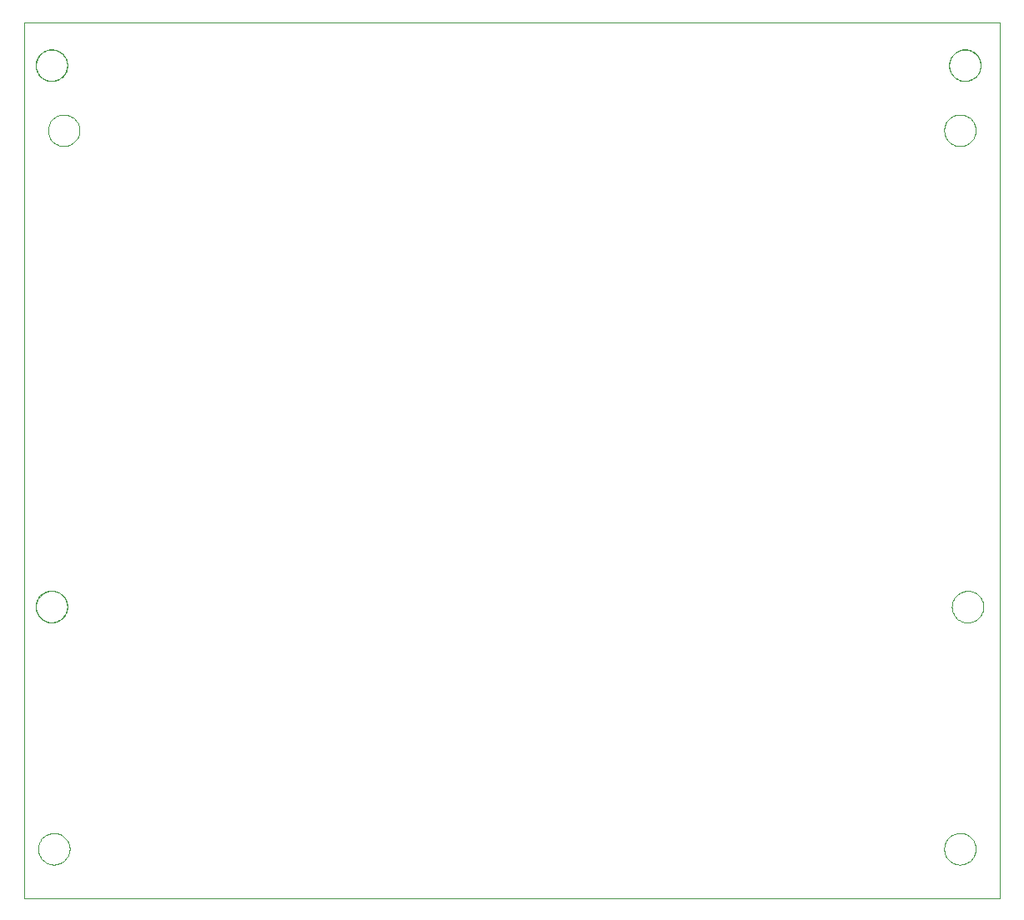
<source format=gtp>
G75*
%MOIN*%
%OFA0B0*%
%FSLAX24Y24*%
%IPPOS*%
%LPD*%
%AMOC8*
5,1,8,0,0,1.08239X$1,22.5*
%
%ADD10C,0.0000*%
D10*
X000394Y000139D02*
X000394Y035179D01*
X039370Y035179D01*
X039370Y000139D01*
X000394Y000139D01*
X000945Y002108D02*
X000947Y002158D01*
X000953Y002208D01*
X000963Y002257D01*
X000977Y002305D01*
X000994Y002352D01*
X001015Y002397D01*
X001040Y002441D01*
X001068Y002482D01*
X001100Y002521D01*
X001134Y002558D01*
X001171Y002592D01*
X001211Y002622D01*
X001253Y002649D01*
X001297Y002673D01*
X001343Y002694D01*
X001390Y002710D01*
X001438Y002723D01*
X001488Y002732D01*
X001537Y002737D01*
X001588Y002738D01*
X001638Y002735D01*
X001687Y002728D01*
X001736Y002717D01*
X001784Y002702D01*
X001830Y002684D01*
X001875Y002662D01*
X001918Y002636D01*
X001959Y002607D01*
X001998Y002575D01*
X002034Y002540D01*
X002066Y002502D01*
X002096Y002462D01*
X002123Y002419D01*
X002146Y002375D01*
X002165Y002329D01*
X002181Y002281D01*
X002193Y002232D01*
X002201Y002183D01*
X002205Y002133D01*
X002205Y002083D01*
X002201Y002033D01*
X002193Y001984D01*
X002181Y001935D01*
X002165Y001887D01*
X002146Y001841D01*
X002123Y001797D01*
X002096Y001754D01*
X002066Y001714D01*
X002034Y001676D01*
X001998Y001641D01*
X001959Y001609D01*
X001918Y001580D01*
X001875Y001554D01*
X001830Y001532D01*
X001784Y001514D01*
X001736Y001499D01*
X001687Y001488D01*
X001638Y001481D01*
X001588Y001478D01*
X001537Y001479D01*
X001488Y001484D01*
X001438Y001493D01*
X001390Y001506D01*
X001343Y001522D01*
X001297Y001543D01*
X001253Y001567D01*
X001211Y001594D01*
X001171Y001624D01*
X001134Y001658D01*
X001100Y001695D01*
X001068Y001734D01*
X001040Y001775D01*
X001015Y001819D01*
X000994Y001864D01*
X000977Y001911D01*
X000963Y001959D01*
X000953Y002008D01*
X000947Y002058D01*
X000945Y002108D01*
X000854Y011793D02*
X000856Y011843D01*
X000862Y011893D01*
X000872Y011942D01*
X000886Y011990D01*
X000903Y012037D01*
X000924Y012082D01*
X000949Y012126D01*
X000977Y012167D01*
X001009Y012206D01*
X001043Y012243D01*
X001080Y012277D01*
X001120Y012307D01*
X001162Y012334D01*
X001206Y012358D01*
X001252Y012379D01*
X001299Y012395D01*
X001347Y012408D01*
X001397Y012417D01*
X001446Y012422D01*
X001497Y012423D01*
X001547Y012420D01*
X001596Y012413D01*
X001645Y012402D01*
X001693Y012387D01*
X001739Y012369D01*
X001784Y012347D01*
X001827Y012321D01*
X001868Y012292D01*
X001907Y012260D01*
X001943Y012225D01*
X001975Y012187D01*
X002005Y012147D01*
X002032Y012104D01*
X002055Y012060D01*
X002074Y012014D01*
X002090Y011966D01*
X002102Y011917D01*
X002110Y011868D01*
X002114Y011818D01*
X002114Y011768D01*
X002110Y011718D01*
X002102Y011669D01*
X002090Y011620D01*
X002074Y011572D01*
X002055Y011526D01*
X002032Y011482D01*
X002005Y011439D01*
X001975Y011399D01*
X001943Y011361D01*
X001907Y011326D01*
X001868Y011294D01*
X001827Y011265D01*
X001784Y011239D01*
X001739Y011217D01*
X001693Y011199D01*
X001645Y011184D01*
X001596Y011173D01*
X001547Y011166D01*
X001497Y011163D01*
X001446Y011164D01*
X001397Y011169D01*
X001347Y011178D01*
X001299Y011191D01*
X001252Y011207D01*
X001206Y011228D01*
X001162Y011252D01*
X001120Y011279D01*
X001080Y011309D01*
X001043Y011343D01*
X001009Y011380D01*
X000977Y011419D01*
X000949Y011460D01*
X000924Y011504D01*
X000903Y011549D01*
X000886Y011596D01*
X000872Y011644D01*
X000862Y011693D01*
X000856Y011743D01*
X000854Y011793D01*
X000846Y011803D02*
X000848Y011853D01*
X000854Y011903D01*
X000864Y011952D01*
X000878Y012000D01*
X000895Y012047D01*
X000916Y012092D01*
X000941Y012136D01*
X000969Y012177D01*
X001001Y012216D01*
X001035Y012253D01*
X001072Y012287D01*
X001112Y012317D01*
X001154Y012344D01*
X001198Y012368D01*
X001244Y012389D01*
X001291Y012405D01*
X001339Y012418D01*
X001389Y012427D01*
X001438Y012432D01*
X001489Y012433D01*
X001539Y012430D01*
X001588Y012423D01*
X001637Y012412D01*
X001685Y012397D01*
X001731Y012379D01*
X001776Y012357D01*
X001819Y012331D01*
X001860Y012302D01*
X001899Y012270D01*
X001935Y012235D01*
X001967Y012197D01*
X001997Y012157D01*
X002024Y012114D01*
X002047Y012070D01*
X002066Y012024D01*
X002082Y011976D01*
X002094Y011927D01*
X002102Y011878D01*
X002106Y011828D01*
X002106Y011778D01*
X002102Y011728D01*
X002094Y011679D01*
X002082Y011630D01*
X002066Y011582D01*
X002047Y011536D01*
X002024Y011492D01*
X001997Y011449D01*
X001967Y011409D01*
X001935Y011371D01*
X001899Y011336D01*
X001860Y011304D01*
X001819Y011275D01*
X001776Y011249D01*
X001731Y011227D01*
X001685Y011209D01*
X001637Y011194D01*
X001588Y011183D01*
X001539Y011176D01*
X001489Y011173D01*
X001438Y011174D01*
X001389Y011179D01*
X001339Y011188D01*
X001291Y011201D01*
X001244Y011217D01*
X001198Y011238D01*
X001154Y011262D01*
X001112Y011289D01*
X001072Y011319D01*
X001035Y011353D01*
X001001Y011390D01*
X000969Y011429D01*
X000941Y011470D01*
X000916Y011514D01*
X000895Y011559D01*
X000878Y011606D01*
X000864Y011654D01*
X000854Y011703D01*
X000848Y011753D01*
X000846Y011803D01*
X001339Y030848D02*
X001341Y030898D01*
X001347Y030948D01*
X001357Y030997D01*
X001371Y031045D01*
X001388Y031092D01*
X001409Y031137D01*
X001434Y031181D01*
X001462Y031222D01*
X001494Y031261D01*
X001528Y031298D01*
X001565Y031332D01*
X001605Y031362D01*
X001647Y031389D01*
X001691Y031413D01*
X001737Y031434D01*
X001784Y031450D01*
X001832Y031463D01*
X001882Y031472D01*
X001931Y031477D01*
X001982Y031478D01*
X002032Y031475D01*
X002081Y031468D01*
X002130Y031457D01*
X002178Y031442D01*
X002224Y031424D01*
X002269Y031402D01*
X002312Y031376D01*
X002353Y031347D01*
X002392Y031315D01*
X002428Y031280D01*
X002460Y031242D01*
X002490Y031202D01*
X002517Y031159D01*
X002540Y031115D01*
X002559Y031069D01*
X002575Y031021D01*
X002587Y030972D01*
X002595Y030923D01*
X002599Y030873D01*
X002599Y030823D01*
X002595Y030773D01*
X002587Y030724D01*
X002575Y030675D01*
X002559Y030627D01*
X002540Y030581D01*
X002517Y030537D01*
X002490Y030494D01*
X002460Y030454D01*
X002428Y030416D01*
X002392Y030381D01*
X002353Y030349D01*
X002312Y030320D01*
X002269Y030294D01*
X002224Y030272D01*
X002178Y030254D01*
X002130Y030239D01*
X002081Y030228D01*
X002032Y030221D01*
X001982Y030218D01*
X001931Y030219D01*
X001882Y030224D01*
X001832Y030233D01*
X001784Y030246D01*
X001737Y030262D01*
X001691Y030283D01*
X001647Y030307D01*
X001605Y030334D01*
X001565Y030364D01*
X001528Y030398D01*
X001494Y030435D01*
X001462Y030474D01*
X001434Y030515D01*
X001409Y030559D01*
X001388Y030604D01*
X001371Y030651D01*
X001357Y030699D01*
X001347Y030748D01*
X001341Y030798D01*
X001339Y030848D01*
X000854Y033446D02*
X000856Y033496D01*
X000862Y033546D01*
X000872Y033595D01*
X000886Y033643D01*
X000903Y033690D01*
X000924Y033735D01*
X000949Y033779D01*
X000977Y033820D01*
X001009Y033859D01*
X001043Y033896D01*
X001080Y033930D01*
X001120Y033960D01*
X001162Y033987D01*
X001206Y034011D01*
X001252Y034032D01*
X001299Y034048D01*
X001347Y034061D01*
X001397Y034070D01*
X001446Y034075D01*
X001497Y034076D01*
X001547Y034073D01*
X001596Y034066D01*
X001645Y034055D01*
X001693Y034040D01*
X001739Y034022D01*
X001784Y034000D01*
X001827Y033974D01*
X001868Y033945D01*
X001907Y033913D01*
X001943Y033878D01*
X001975Y033840D01*
X002005Y033800D01*
X002032Y033757D01*
X002055Y033713D01*
X002074Y033667D01*
X002090Y033619D01*
X002102Y033570D01*
X002110Y033521D01*
X002114Y033471D01*
X002114Y033421D01*
X002110Y033371D01*
X002102Y033322D01*
X002090Y033273D01*
X002074Y033225D01*
X002055Y033179D01*
X002032Y033135D01*
X002005Y033092D01*
X001975Y033052D01*
X001943Y033014D01*
X001907Y032979D01*
X001868Y032947D01*
X001827Y032918D01*
X001784Y032892D01*
X001739Y032870D01*
X001693Y032852D01*
X001645Y032837D01*
X001596Y032826D01*
X001547Y032819D01*
X001497Y032816D01*
X001446Y032817D01*
X001397Y032822D01*
X001347Y032831D01*
X001299Y032844D01*
X001252Y032860D01*
X001206Y032881D01*
X001162Y032905D01*
X001120Y032932D01*
X001080Y032962D01*
X001043Y032996D01*
X001009Y033033D01*
X000977Y033072D01*
X000949Y033113D01*
X000924Y033157D01*
X000903Y033202D01*
X000886Y033249D01*
X000872Y033297D01*
X000862Y033346D01*
X000856Y033396D01*
X000854Y033446D01*
X000846Y033456D02*
X000848Y033506D01*
X000854Y033556D01*
X000864Y033605D01*
X000878Y033653D01*
X000895Y033700D01*
X000916Y033745D01*
X000941Y033789D01*
X000969Y033830D01*
X001001Y033869D01*
X001035Y033906D01*
X001072Y033940D01*
X001112Y033970D01*
X001154Y033997D01*
X001198Y034021D01*
X001244Y034042D01*
X001291Y034058D01*
X001339Y034071D01*
X001389Y034080D01*
X001438Y034085D01*
X001489Y034086D01*
X001539Y034083D01*
X001588Y034076D01*
X001637Y034065D01*
X001685Y034050D01*
X001731Y034032D01*
X001776Y034010D01*
X001819Y033984D01*
X001860Y033955D01*
X001899Y033923D01*
X001935Y033888D01*
X001967Y033850D01*
X001997Y033810D01*
X002024Y033767D01*
X002047Y033723D01*
X002066Y033677D01*
X002082Y033629D01*
X002094Y033580D01*
X002102Y033531D01*
X002106Y033481D01*
X002106Y033431D01*
X002102Y033381D01*
X002094Y033332D01*
X002082Y033283D01*
X002066Y033235D01*
X002047Y033189D01*
X002024Y033145D01*
X001997Y033102D01*
X001967Y033062D01*
X001935Y033024D01*
X001899Y032989D01*
X001860Y032957D01*
X001819Y032928D01*
X001776Y032902D01*
X001731Y032880D01*
X001685Y032862D01*
X001637Y032847D01*
X001588Y032836D01*
X001539Y032829D01*
X001489Y032826D01*
X001438Y032827D01*
X001389Y032832D01*
X001339Y032841D01*
X001291Y032854D01*
X001244Y032870D01*
X001198Y032891D01*
X001154Y032915D01*
X001112Y032942D01*
X001072Y032972D01*
X001035Y033006D01*
X001001Y033043D01*
X000969Y033082D01*
X000941Y033123D01*
X000916Y033167D01*
X000895Y033212D01*
X000878Y033259D01*
X000864Y033307D01*
X000854Y033356D01*
X000848Y033406D01*
X000846Y033456D01*
X037165Y030848D02*
X037167Y030898D01*
X037173Y030948D01*
X037183Y030997D01*
X037197Y031045D01*
X037214Y031092D01*
X037235Y031137D01*
X037260Y031181D01*
X037288Y031222D01*
X037320Y031261D01*
X037354Y031298D01*
X037391Y031332D01*
X037431Y031362D01*
X037473Y031389D01*
X037517Y031413D01*
X037563Y031434D01*
X037610Y031450D01*
X037658Y031463D01*
X037708Y031472D01*
X037757Y031477D01*
X037808Y031478D01*
X037858Y031475D01*
X037907Y031468D01*
X037956Y031457D01*
X038004Y031442D01*
X038050Y031424D01*
X038095Y031402D01*
X038138Y031376D01*
X038179Y031347D01*
X038218Y031315D01*
X038254Y031280D01*
X038286Y031242D01*
X038316Y031202D01*
X038343Y031159D01*
X038366Y031115D01*
X038385Y031069D01*
X038401Y031021D01*
X038413Y030972D01*
X038421Y030923D01*
X038425Y030873D01*
X038425Y030823D01*
X038421Y030773D01*
X038413Y030724D01*
X038401Y030675D01*
X038385Y030627D01*
X038366Y030581D01*
X038343Y030537D01*
X038316Y030494D01*
X038286Y030454D01*
X038254Y030416D01*
X038218Y030381D01*
X038179Y030349D01*
X038138Y030320D01*
X038095Y030294D01*
X038050Y030272D01*
X038004Y030254D01*
X037956Y030239D01*
X037907Y030228D01*
X037858Y030221D01*
X037808Y030218D01*
X037757Y030219D01*
X037708Y030224D01*
X037658Y030233D01*
X037610Y030246D01*
X037563Y030262D01*
X037517Y030283D01*
X037473Y030307D01*
X037431Y030334D01*
X037391Y030364D01*
X037354Y030398D01*
X037320Y030435D01*
X037288Y030474D01*
X037260Y030515D01*
X037235Y030559D01*
X037214Y030604D01*
X037197Y030651D01*
X037183Y030699D01*
X037173Y030748D01*
X037167Y030798D01*
X037165Y030848D01*
X037354Y033446D02*
X037356Y033496D01*
X037362Y033546D01*
X037372Y033595D01*
X037386Y033643D01*
X037403Y033690D01*
X037424Y033735D01*
X037449Y033779D01*
X037477Y033820D01*
X037509Y033859D01*
X037543Y033896D01*
X037580Y033930D01*
X037620Y033960D01*
X037662Y033987D01*
X037706Y034011D01*
X037752Y034032D01*
X037799Y034048D01*
X037847Y034061D01*
X037897Y034070D01*
X037946Y034075D01*
X037997Y034076D01*
X038047Y034073D01*
X038096Y034066D01*
X038145Y034055D01*
X038193Y034040D01*
X038239Y034022D01*
X038284Y034000D01*
X038327Y033974D01*
X038368Y033945D01*
X038407Y033913D01*
X038443Y033878D01*
X038475Y033840D01*
X038505Y033800D01*
X038532Y033757D01*
X038555Y033713D01*
X038574Y033667D01*
X038590Y033619D01*
X038602Y033570D01*
X038610Y033521D01*
X038614Y033471D01*
X038614Y033421D01*
X038610Y033371D01*
X038602Y033322D01*
X038590Y033273D01*
X038574Y033225D01*
X038555Y033179D01*
X038532Y033135D01*
X038505Y033092D01*
X038475Y033052D01*
X038443Y033014D01*
X038407Y032979D01*
X038368Y032947D01*
X038327Y032918D01*
X038284Y032892D01*
X038239Y032870D01*
X038193Y032852D01*
X038145Y032837D01*
X038096Y032826D01*
X038047Y032819D01*
X037997Y032816D01*
X037946Y032817D01*
X037897Y032822D01*
X037847Y032831D01*
X037799Y032844D01*
X037752Y032860D01*
X037706Y032881D01*
X037662Y032905D01*
X037620Y032932D01*
X037580Y032962D01*
X037543Y032996D01*
X037509Y033033D01*
X037477Y033072D01*
X037449Y033113D01*
X037424Y033157D01*
X037403Y033202D01*
X037386Y033249D01*
X037372Y033297D01*
X037362Y033346D01*
X037356Y033396D01*
X037354Y033446D01*
X037362Y033456D02*
X037364Y033506D01*
X037370Y033556D01*
X037380Y033605D01*
X037394Y033653D01*
X037411Y033700D01*
X037432Y033745D01*
X037457Y033789D01*
X037485Y033830D01*
X037517Y033869D01*
X037551Y033906D01*
X037588Y033940D01*
X037628Y033970D01*
X037670Y033997D01*
X037714Y034021D01*
X037760Y034042D01*
X037807Y034058D01*
X037855Y034071D01*
X037905Y034080D01*
X037954Y034085D01*
X038005Y034086D01*
X038055Y034083D01*
X038104Y034076D01*
X038153Y034065D01*
X038201Y034050D01*
X038247Y034032D01*
X038292Y034010D01*
X038335Y033984D01*
X038376Y033955D01*
X038415Y033923D01*
X038451Y033888D01*
X038483Y033850D01*
X038513Y033810D01*
X038540Y033767D01*
X038563Y033723D01*
X038582Y033677D01*
X038598Y033629D01*
X038610Y033580D01*
X038618Y033531D01*
X038622Y033481D01*
X038622Y033431D01*
X038618Y033381D01*
X038610Y033332D01*
X038598Y033283D01*
X038582Y033235D01*
X038563Y033189D01*
X038540Y033145D01*
X038513Y033102D01*
X038483Y033062D01*
X038451Y033024D01*
X038415Y032989D01*
X038376Y032957D01*
X038335Y032928D01*
X038292Y032902D01*
X038247Y032880D01*
X038201Y032862D01*
X038153Y032847D01*
X038104Y032836D01*
X038055Y032829D01*
X038005Y032826D01*
X037954Y032827D01*
X037905Y032832D01*
X037855Y032841D01*
X037807Y032854D01*
X037760Y032870D01*
X037714Y032891D01*
X037670Y032915D01*
X037628Y032942D01*
X037588Y032972D01*
X037551Y033006D01*
X037517Y033043D01*
X037485Y033082D01*
X037457Y033123D01*
X037432Y033167D01*
X037411Y033212D01*
X037394Y033259D01*
X037380Y033307D01*
X037370Y033356D01*
X037364Y033406D01*
X037362Y033456D01*
X037468Y011793D02*
X037470Y011843D01*
X037476Y011893D01*
X037486Y011942D01*
X037500Y011990D01*
X037517Y012037D01*
X037538Y012082D01*
X037563Y012126D01*
X037591Y012167D01*
X037623Y012206D01*
X037657Y012243D01*
X037694Y012277D01*
X037734Y012307D01*
X037776Y012334D01*
X037820Y012358D01*
X037866Y012379D01*
X037913Y012395D01*
X037961Y012408D01*
X038011Y012417D01*
X038060Y012422D01*
X038111Y012423D01*
X038161Y012420D01*
X038210Y012413D01*
X038259Y012402D01*
X038307Y012387D01*
X038353Y012369D01*
X038398Y012347D01*
X038441Y012321D01*
X038482Y012292D01*
X038521Y012260D01*
X038557Y012225D01*
X038589Y012187D01*
X038619Y012147D01*
X038646Y012104D01*
X038669Y012060D01*
X038688Y012014D01*
X038704Y011966D01*
X038716Y011917D01*
X038724Y011868D01*
X038728Y011818D01*
X038728Y011768D01*
X038724Y011718D01*
X038716Y011669D01*
X038704Y011620D01*
X038688Y011572D01*
X038669Y011526D01*
X038646Y011482D01*
X038619Y011439D01*
X038589Y011399D01*
X038557Y011361D01*
X038521Y011326D01*
X038482Y011294D01*
X038441Y011265D01*
X038398Y011239D01*
X038353Y011217D01*
X038307Y011199D01*
X038259Y011184D01*
X038210Y011173D01*
X038161Y011166D01*
X038111Y011163D01*
X038060Y011164D01*
X038011Y011169D01*
X037961Y011178D01*
X037913Y011191D01*
X037866Y011207D01*
X037820Y011228D01*
X037776Y011252D01*
X037734Y011279D01*
X037694Y011309D01*
X037657Y011343D01*
X037623Y011380D01*
X037591Y011419D01*
X037563Y011460D01*
X037538Y011504D01*
X037517Y011549D01*
X037500Y011596D01*
X037486Y011644D01*
X037476Y011693D01*
X037470Y011743D01*
X037468Y011793D01*
X037165Y002108D02*
X037167Y002158D01*
X037173Y002208D01*
X037183Y002257D01*
X037197Y002305D01*
X037214Y002352D01*
X037235Y002397D01*
X037260Y002441D01*
X037288Y002482D01*
X037320Y002521D01*
X037354Y002558D01*
X037391Y002592D01*
X037431Y002622D01*
X037473Y002649D01*
X037517Y002673D01*
X037563Y002694D01*
X037610Y002710D01*
X037658Y002723D01*
X037708Y002732D01*
X037757Y002737D01*
X037808Y002738D01*
X037858Y002735D01*
X037907Y002728D01*
X037956Y002717D01*
X038004Y002702D01*
X038050Y002684D01*
X038095Y002662D01*
X038138Y002636D01*
X038179Y002607D01*
X038218Y002575D01*
X038254Y002540D01*
X038286Y002502D01*
X038316Y002462D01*
X038343Y002419D01*
X038366Y002375D01*
X038385Y002329D01*
X038401Y002281D01*
X038413Y002232D01*
X038421Y002183D01*
X038425Y002133D01*
X038425Y002083D01*
X038421Y002033D01*
X038413Y001984D01*
X038401Y001935D01*
X038385Y001887D01*
X038366Y001841D01*
X038343Y001797D01*
X038316Y001754D01*
X038286Y001714D01*
X038254Y001676D01*
X038218Y001641D01*
X038179Y001609D01*
X038138Y001580D01*
X038095Y001554D01*
X038050Y001532D01*
X038004Y001514D01*
X037956Y001499D01*
X037907Y001488D01*
X037858Y001481D01*
X037808Y001478D01*
X037757Y001479D01*
X037708Y001484D01*
X037658Y001493D01*
X037610Y001506D01*
X037563Y001522D01*
X037517Y001543D01*
X037473Y001567D01*
X037431Y001594D01*
X037391Y001624D01*
X037354Y001658D01*
X037320Y001695D01*
X037288Y001734D01*
X037260Y001775D01*
X037235Y001819D01*
X037214Y001864D01*
X037197Y001911D01*
X037183Y001959D01*
X037173Y002008D01*
X037167Y002058D01*
X037165Y002108D01*
M02*

</source>
